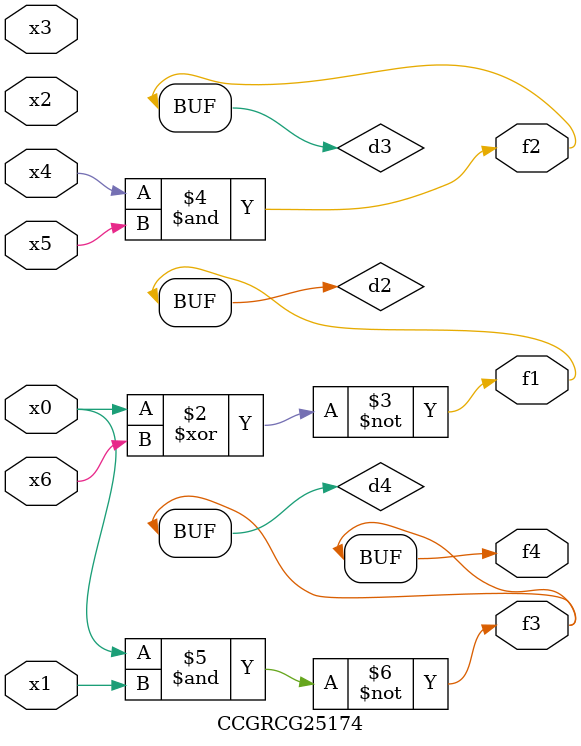
<source format=v>
module CCGRCG25174(
	input x0, x1, x2, x3, x4, x5, x6,
	output f1, f2, f3, f4
);

	wire d1, d2, d3, d4;

	nor (d1, x0);
	xnor (d2, x0, x6);
	and (d3, x4, x5);
	nand (d4, x0, x1);
	assign f1 = d2;
	assign f2 = d3;
	assign f3 = d4;
	assign f4 = d4;
endmodule

</source>
